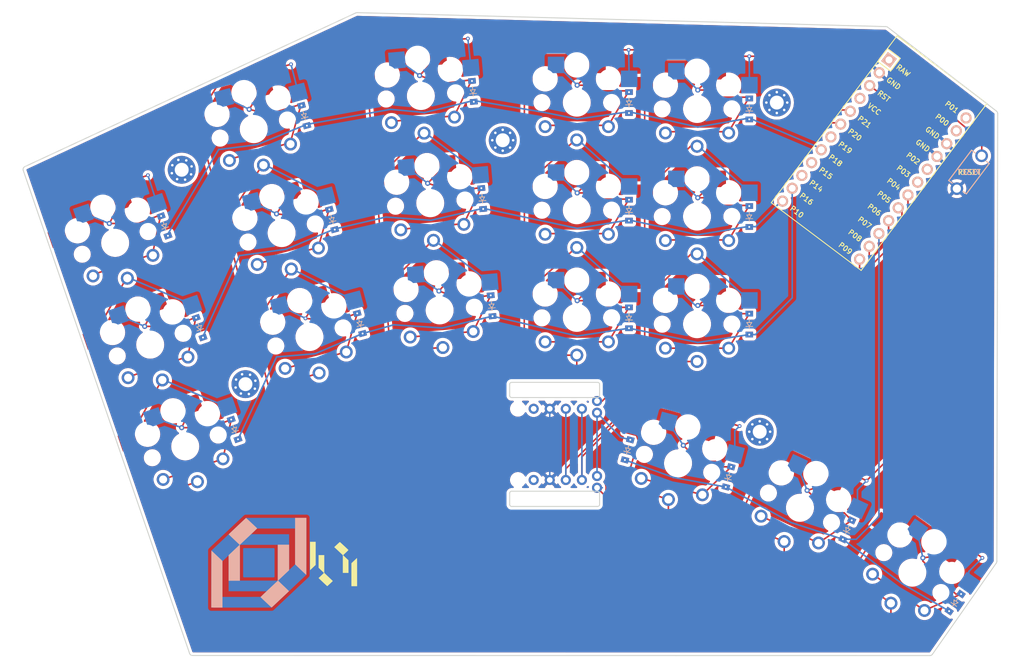
<source format=kicad_pcb>
(kicad_pcb (version 20210824) (generator pcbnew)
  (title_block (title "KEYBOARD_NAME_HERE") (rev "VERSION_HERE") (company "YOUR_NAME_HERE"))
  (layers (0 "F.Cu" signal) (31 "B.Cu" signal) (34 "B.Paste" user) (35 "F.Paste" user) (36 "B.SilkS" user "B.Silkscreen") (37 "F.SilkS" user "F.Silkscreen") (38 "B.Mask" user) (39 "F.Mask" user) (44 "Edge.Cuts" user))
  (net 0 "")
  (net 1 "pinky_bottom")
  (net 2 "P4")
  (net 3 "P16")
  (net 4 "pinky_home")
  (net 5 "P10")
  (net 6 "pinky_top")
  (net 7 "P18")
  (net 8 "ring_bottom")
  (net 9 "P5")
  (net 10 "ring_home")
  (net 11 "ring_top")
  (net 12 "middle_bottom")
  (net 13 "P6")
  (net 14 "middle_home")
  (net 15 "middle_top")
  (net 16 "index_bottom")
  (net 17 "P21")
  (net 18 "index_home")
  (net 19 "index_top")
  (net 20 "inner_bottom")
  (net 21 "P20")
  (net 22 "inner_home")
  (net 23 "inner_top")
  (net 24 "near_thumb")
  (net 25 "P7")
  (net 26 "home_thumb")
  (net 27 "far_thumb")
  (net 28 "RAW")
  (net 29 "GND")
  (net 30 "RST")
  (net 31 "VCC")
  (net 32 "P19")
  (net 33 "P15")
  (net 34 "P14")
  (net 35 "P1")
  (net 36 "P0")
  (net 37 "P2")
  (net 38 "P3")
  (net 39 "P8")
  (net 40 "P9")
  (net 41 "enc_diode")
  (footprint "ComboDiode" (layer "F.Cu") (at 80.290979 5.744656 75)
    (fp_text reference "D16" hide)
    (fp_text value "" hide)
  )
  (footprint "PG1350" (layer "F.Cu") (at 34.655082 -20.57138 5)
    (fp_text reference "S13" hide)
    (fp_text value "" hide)
  )
  (footprint "PG1350" (layer "F.Cu") (at 91.582503 10.619616 -25)
    (fp_text reference "S33" hide)
    (fp_text value "" hide)
  )
  (footprint "PG1350" (layer "F.Cu") (at 109.332995 20.867867 145)
    (fp_text reference "S36" hide)
    (fp_text value "" hide)
  )
  (footprint "PG1350" (layer "F.Cu") (at 31.691787 -54.442 -175)
    (fp_text reference "S18" hide)
    (fp_text value "" hide)
  )
  (footprint "ComboDiode" (layer "F.Cu") (at 13.260363 -51.340728 105)
    (fp_text reference "D6" hide)
    (fp_text value "" hide)
  )
  (footprint "ComboDiode" (layer "F.Cu") (at 64.572091 -19.390601 90)
    (fp_text reference "D10" hide)
    (fp_text value "" hide)
  )
  (footprint "PG1350" (layer "F.Cu") (at 109.332995 20.867867 -35)
    (fp_text reference "S35" hide)
    (fp_text value "" hide)
  )
  (footprint "LOGO" (layer "F.Cu") (at 8.128 18.796)
    (fp_text reference "G***" hide)
    (fp_text value "LOGO" hide)
  )
  (footprint "ComboDiode" (layer "F.Cu") (at -8.803448 -33.907385 109)
    (fp_text reference "D3" hide)
    (fp_text value "" hide)
  )
  (footprint "PG1350" (layer "F.Cu") (at -11.069317 -15.147632 -161)
    (fp_text reference "S4" hide)
    (fp_text value "" hide)
  )
  (footprint "ComboDiode" (layer "F.Cu") (at 64.572091 -53.390601 90)
    (fp_text reference "D12" hide)
    (fp_text value "" hide)
  )
  (footprint "PG1350" (layer "F.Cu") (at 14.091322 -16.363992 -165)
    (fp_text reference "S8" hide)
    (fp_text value "" hide)
  )
  (footprint "MountingHole_2.2mm_M2_Pad_Via" (layer "F.Cu") (at 85.222091 -1.390601)
    (fp_text reference "HOLE1" hide)
    (fp_text value "")
  )
  (footprint "PG1350" (layer "F.Cu") (at -5.534659 0.926184 19)
    (fp_text reference "S1" hide)
    (fp_text value "" hide)
  )
  (footprint "ComboDiode" (layer "F.Cu") (at 39.910393 -55.161035 95)
    (fp_text reference "D9" hide)
    (fp_text value "" hide)
  )
  (footprint "PG1350" (layer "F.Cu") (at 72.322091 3.609399 -15)
    (fp_text reference "S31" hide)
    (fp_text value "" hide)
  )
  (footprint "PG1350" (layer "F.Cu") (at 56.322091 -53.390601 180)
    (fp_text reference "S24" hide)
    (fp_text value "" hide)
  )
  (footprint "PG1350" (layer "F.Cu") (at -11.069317 -15.147632 19)
    (fp_text reference "S3" hide)
    (fp_text value "" hide)
  )
  (footprint "ComboDiode" (layer "F.Cu") (at 116.090999 25.599873 55)
    (fp_text reference "D18" hide)
    (fp_text value "" hide)
  )
  (footprint "PG1350" (layer "F.Cu") (at 56.322091 -53.390601)
    (fp_text reference "S23" hide)
    (fp_text value "" hide)
  )
  (footprint "PG1350" (layer "F.Cu") (at 34.655082 -20.57138 -175)
    (fp_text reference "S14" hide)
    (fp_text value "" hide)
  )
  (footprint "ComboDiode" (layer "F.Cu") (at 64.353203 1.474142 75)
    (fp_text reference "D19" hide)
    (fp_text value "" hide)
  )
  (footprint "LOGO" (layer "F.Cu") (at 8.329084 21.325417)
    (fp_text reference "G***" hide)
    (fp_text value "LOGO" hide)
  )
  (footprint "PG1350" (layer "F.Cu") (at -5.534659 0.926184 -161)
    (fp_text reference "S2" hide)
    (fp_text value "" hide)
  )
  (footprint "PG1350" (layer "F.Cu") (at 33.173434 -37.50669 -175)
    (fp_text reference "S16" hide)
    (fp_text value "" hide)
  )
  (footprint "PG1350" (layer "F.Cu") (at 56.322091 -36.390601 180)
    (fp_text reference "S22" hide)
    (fp_text value "" hide)
  )
  (footprint "ComboDiode" (layer "F.Cu") (at -3.268789 -17.833569 109)
    (fp_text reference "D2" hide)
    (fp_text value "" hide)
  )
  (footprint "PG1350" (layer "F.Cu") (at 75.322091 -35.390601 180)
    (fp_text reference "S28" hide)
    (fp_text value "" hide)
  )
  (footprint "PG1350" (layer "F.Cu") (at -16.603976 -31.221447 19)
    (fp_text reference "S5" hide)
    (fp_text value "" hide)
  )
  (footprint "PG1350" (layer "F.Cu") (at 75.322091 -52.390601)
    (fp_text reference "S29" hide)
    (fp_text value "" hide)
  )
  (footprint "MountingHole_2.2mm_M2_Pad_Via" (layer "F.Cu") (at 3.982145 -8.907962 19)
    (fp_text reference "HOLE3" hide)
    (fp_text value "")
  )
  (footprint "ComboDiode" (layer "F.Cu") (at 64.572091 -36.390601 90)
    (fp_text reference "D11" hide)
    (fp_text value "" hide)
  )
  (footprint "ComboDiode" (layer "F.Cu") (at 2.26587 -1.759753 109)
    (fp_text reference "D1" hide)
    (fp_text value "" hide)
  )
  (footprint "ComboDiode" (layer "F.Cu") (at 41.392041 -38.225725 95)
    (fp_text reference "D8" hide)
    (fp_text value "" hide)
  )
  (footprint "LOGO" (layer "F.Cu") (at 8.329084 21.325417)
    (fp_text reference "G***" hide)
    (fp_text value "LOGO" hide)
  )
  (footprint "PG1350" (layer "F.Cu") (at 9.691398 -32.784731 15)
    (fp_text reference "S9" hide)
    (fp_text value "" hide)
  )
  (footprint "ComboDiode" (layer "F.Cu") (at 83.572091 -18.390601 90)
    (fp_text reference "D13" hide)
    (fp_text value "" hide)
  )
  (footprint "MountingHole_2.2mm_M2_Pad_Via" (layer "F.Cu") (at 44.622091 -47.440601)
    (fp_text reference "HOLE5" hide)
    (fp_text value "")
  )
  (footprint "ComboDiode" (layer "F.Cu") (at 17.660286 -34.919988 105)
    (fp_text reference "D5" hide)
    (fp_text value "" hide)
  )
  (footprint "LOGO" (layer "F.Cu") (at 8.128 18.796)
    (fp_text reference "G***" hide)
    (fp_text value "FRONTLOGOSILK" hide)
  )
  (footprint "ComboDiode" (layer "F.Cu") (at 99.059542 14.106217 65)
    (fp_text reference "D17" hide)
    (fp_text value "" hide)
  )
  (footprint "TACT_SWITCH_TVBP06" (layer "F.Cu") (at 118.322091 -42.390601 53)
    (fp_text reference "B1" hide)
    (fp_text value "SW_RST" hide)
  )
  (footprint "PG1350" (layer "F.Cu") (at 9.691398 -32.784731 -165)
    (fp_text reference "S10" hide)
    (fp_text value "" hide)
  )
  (footprint "PG1350" (layer "F.Cu") (at -16.603976 -31.221447 -161)
    (fp_text reference "S6" hide)
    (fp_text value "" hide)
  )
  (footprint "PG1350" (layer "F.Cu") (at 91.582503 10.619616 155)
    (fp_text reference "S34" hide)
    (fp_text value "" hide)
  )
  (footprint "PG1350" (layer "F.Cu") (at 75.322091 -35.390601)
    (fp_text reference "S27" hide)
    (fp_text value "" hide)
  )
  (footprint "PG1350" (layer "F.Cu") (at 33.173434 -37.50669 5)
    (fp_text reference "S15" hide)
    (fp_text value "" hide)
  )
  (footprint "PG1350" (layer "F.Cu") (at 14.091322 -16.363992 15)
    (fp_text reference "S7" hide)
    (fp_text value "" hide)
  )
  (footprint "ComboDiode" (layer "F.Cu") (at 83.572091 -35.390601 90)
    (fp_text reference "D14" hide)
    (fp_text value "" hide)
  )
  (footprint "MountingHole_2.2mm_M2_Pad_Via" (layer "F.Cu") (at -6.092133 -42.77312 19)
    (fp_text reference "HOLE4" hide)
    (fp_text value "")
  )
  (footprint "PG1350" (layer "F.Cu") (at 72.322091 3.609399 165)
    (fp_text reference "S32" hide)
    (fp_text value "" hide)
  )
  (footprint "ComboDiode" (layer "F.Cu") (at 22.06021 -18.499249 105)
    (fp_text reference "D4" hide)
    (fp_text value "" hide)
  )
  (footprint "PG1350" (layer "F.Cu") (at 75.322091 -18.390601 180)
    (fp_text reference "S26" hide)
    (fp_text value "" hide)
  )
  (footprint "PG1350" (layer "F.Cu") (at 75.322091 -52.390601 180)
    (fp_text reference "S30" hide)
    (fp_text value "" hide)
  )
  (footprint "ComboDiode" (layer "F.Cu") (at 83.572091 -52.390601 90)
    (fp_text reference "D15" hide)
    (fp_text value "" hide)
  )
  (footprint "PG1350" (layer "F.Cu") (at 5.291474 -49.205471 -165)
    (fp_text reference "S12" hide)
    (fp_text value "" hide)
  )
  (footprint "ProMicro" (layer "F.Cu") (at 103.322091 -44.390601 -127)
    (fp_text reference "MCU1" hide)
    (fp_text value "" hide)
  )
  (footprint "ComboDiode" (layer "F.Cu") (at 42.873688 -21.290415 95)
    (fp_text reference "D7" hide)
    (fp_text value "" hide)
  )
  (footprint "PG1350" (layer "F.Cu") (at 5.291474 -49.205471 15)
    (fp_text reference "S11" hide)
    (fp_text value "" hide)
  )
  (footprint "PG1350" (layer "F.Cu") (at 75.322091 -18.390601)
    (fp_text reference "S25" hide)
    (fp_text value "" hide)
  )
  (footprint "PG1350" (layer "F.Cu") (at 56.322091 -19.390601)
    (fp_text reference "S19" hide)
    (fp_text value "" hide)
  )
  (footprint "PG1350" (layer "F.Cu") (at 56.322091 -36.390601)
    (fp_text reference "S21" hide)
    (fp_text value "" hide)
  )
  (footprint "PG1350" (layer "F.Cu") (at 31.691787 -54.442 5)
    (fp_text reference "S17" hide)
    (fp_text value "" hide)
  )
  (footprint "PG1350" (layer "F.Cu") (at 56.322091 -19.390601 180)
    (fp_text reference "S20" hide)
    (fp_text value "" hide)
  )
  (footprint "RollerEncoder_Panasonic_EVQWGD001" (layer "F.Cu") (at 53.322091 0.609399 -90)
    (fp_text reference "REF**")
    (fp_text value "RollerEncoder_Panasonic_EVQWGD001")
    (fp_line (start -9.5 -6.6) (end -7.7 -6.6) (layer "Edge.Cuts") (width 0.15))
    (fp_line (start 9.5 -6.6) (end 7.7 -6.6) (layer "Edge.Cuts") (width 0.15))
    (fp_line (start 7.4 -6.3) (end 7.4 7.3) (layer "Edge.Cuts") (width 0.15))
    (fp_line (start -7.4 -6.3) (end -7.4 7.3) (layer "Edge.Cuts") (width 0.15))
    (fp_line (start 9.8 7.3) (end 9.8 -6.3) (layer "Edge.Cuts") (width 0.15))
    (fp_line (start -7.7 7.6) (end -9.5 7.6) (layer "Edge.Cuts") (width 0.15))
    (fp_line (start -9.8 7.3) (end -9.8 -6.3) (layer "Edge.Cuts") (width 0.15))
    (fp_line (start 7.7 7.6) (end 9.5 7.6) (layer "Edge.Cuts") (width 0.15))
    (fp_arc (start 9.5 7.3) (end 9.5 7.6) (angle -90) (layer "Edge.Cuts") (width 0.15))
    (fp_arc (start -7.7 -6.3) (end -7.7 -6.6) (angle 90) (layer "Edge.Cuts") (width 0.15))
    (fp_arc (start -9.5 7.3) (end -9.5 7.6) (angle 90) (layer "Edge.Cuts") (width 0.15))
    (fp_arc (start -7.7 7.3) (end -7.4 7.3) (angle 90) (layer "Edge.Cuts") (width 0.15))
    (fp_arc (start 7.7 7.3) (end 7.4 7.3) (angle -90) (layer "Edge.Cuts") (width 0.15))
    (fp_arc (start 9.5 -6.3) (end 9.8 -6.3) (angle -90) (layer "Edge.Cuts") (width 0.15))
    (fp_arc (start 7.7 -6.3) (end 7.7 -6.6) (angle -90) (layer "Edge.Cuts") (width 0.15))
    (fp_arc (start -9.5 -6.3) (end -9.8 -6.3) (angle 90) (layer "Edge.Cuts") (width 0.15))
  )
  (footprint "LOGO" (layer "F.Cu") (at 8.329084 21.325417)
    (fp_text reference "G***" hide)
    (fp_text value "LOGO" hide)
  )
  (footprint "MountingHole_2.2mm_M2_Pad_Via" (layer "F.Cu") (at 87.922091 -53.390601)
    (fp_text reference "HOLE2" hide)
    (fp_text value "")
  )
  (gr_arc (start -4.37779 33.465732) (end -4.850549 33.628516) (angle -70.99495596) (layer "Edge.Cuts") (width 0.15))
  (gr_arc (start 122.321623 -51.64519) (end 122.821622 -51.644238) (angle -52.46144715) (layer "Edge.Cuts") (width 0.15))
  (gr_arc (start 105.145837 -64.895082) (end 105.451238 -65.290973) (angle -36.13469927) (layer "Edge.Cuts") (width 0.15))
  (gr_arc (start 122.187003 19.073185) (end 122.596579 19.359973) (angle -34.89093144) (layer "Edge.Cuts") (width 0.15))
  (gr_arc (start 112.10206 33.475977) (end 112.102016 33.975977) (angle -55.00504228) (layer "Edge.Cuts") (width 0.15))
  (gr_line (start -30.859307 -43.283993) (end 21.399388 -67.554877) (angle 90) (layer "Edge.Cuts") (width 0.15))
  (gr_line (start 112.102016 33.975977) (end -4.377834 33.965732) (angle 90) (layer "Edge.Cuts") (width 0.15))
  (gr_line (start -4.850549 33.628516) (end -31.121454 -42.66773) (angle 90) (layer "Edge.Cuts") (width 0.15))
  (gr_line (start 105.451238 -65.290973) (end 122.627024 -52.041081) (angle 90) (layer "Edge.Cuts") (width 0.15))
  (gr_arc (start -30.648695 -42.830514) (end -30.859307 -43.283993) (angle -84.08809005) (layer "Edge.Cuts") (width 0.15))
  (gr_line (start 122.596579 19.359973) (end 112.511636 33.762765) (angle 90) (layer "Edge.Cuts") (width 0.15))
  (gr_line (start 122.821622 -51.644238) (end 122.687002 19.074137) (angle 90) (layer "Edge.Cuts") (width 0.15))
  (gr_line (start 21.623201 -67.601225) (end 105.159038 -65.394908) (angle 90) (layer "Edge.Cuts") (width 0.15))
  (gr_arc (start 21.61 -67.101399) (end 21.623201 -67.601225) (angle -26.42483386) (layer "Edge.Cuts") (width 0.15))
  (segment (start -9.025093 6.146995) (end 0.430093 2.891314) (width 0.25) (layer "F.Cu") (net 1))
  (segment (start -1.524 -2.032) (end 1.728683 -3.319859) (width 0.25) (layer "F.Cu") (net 1))
  (segment (start -4.375216 -5.765887) (end -6.096 -2.032) (width 0.25) (layer "F.Cu") (net 1))
  (segment (start 0.430093 2.891314) (end 1.728683 -3.319859) (width 0.25) (layer "F.Cu") (net 1))
  (segment (start -6.096 -2.032) (end -1.524 -2.032) (width 0.25) (layer "F.Cu") (net 1))
  (via (at -6.096 -2.032) (size 0.8) (drill 0.4) (layers "F.Cu" "B.Cu") (net 1))
  (segment (start -6.096 -2.032) (end -10.568363 -3.633416) (width 0.25) (layer "B.Cu") (net 1))
  (segment (start 108.026563 9.728563) (end 108.643389 9.111736) (width 0.25) (layer "F.Cu") (net 2))
  (segment (start 108.643389 9.111736) (end 108.643389 -38.990503) (width 0.25) (layer "F.Cu") (net 2))
  (segment (start -25.714136 -32.262169) (end -26.924 -36.576) (width 0.25) (layer "F.Cu") (net 2))
  (segment (start 99.568 21.082) (end 104.705423 13.049702) (width 0.25) (layer "F.Cu") (net 2))
  (segment (start -25.714136 -32.262169) (end -20.146921 -16.093801) (width 0.25) (layer "F.Cu") (net 2))
  (segment (start -3.613807 6.504744) (end -11.477022 9.191022) (width 0.25) (layer "F.Cu") (net 2))
  (segment (start -26.924 -36.576) (end -11.43 -41.91) (width 0.25) (layer "F.Cu") (net 2))
  (segment (start -11.477022 9.191022) (end -4.318 29.718) (width 0.25) (layer "F.Cu") (net 2))
  (segment (start -14.579706 0.074566) (end -9.181022 -9.663623) (width 0.25) (layer "F.Cu") (net 2))
  (segment (start 120.396 18.542) (end 108.026563 9.728563) (width 0.25) (layer "F.Cu") (net 2))
  (segment (start -20.146921 -16.093801) (end -14.579706 0.074566) (width 0.25) (layer "F.Cu") (net 2))
  (segment (start 105.948894 25.700864) (end 99.568 21.082) (width 0.25) (layer "F.Cu") (net 2))
  (segment (start 105.948894 28.163106) (end 105.948894 25.700864) (width 0.25) (layer "F.Cu") (net 2))
  (segment (start -20.146921 -16.093801) (end -14.748237 -25.831991) (width 0.25) (layer "F.Cu") (net 2))
  (segment (start 104.705423 13.049702) (end 108.026563 9.728563) (width 0.25) (layer "F.Cu") (net 2))
  (segment (start -14.579706 0.074566) (end -11.477022 9.191022) (width 0.25) (layer "F.Cu") (net 2))
  (segment (start -4.318 29.718) (end 104.394 29.718) (width 0.25) (layer "F.Cu") (net 2))
  (segment (start 104.394 29.718) (end 105.948894 28.163106) (width 0.25) (layer "F.Cu") (net 2))
  (via (at -11.43 -41.91) (size 0.6) (drill 0.3) (layers "F.Cu" "B.Cu") (net 2))
  (via (at 120.396 18.542) (size 0.6) (drill 0.3) (layers "F.Cu" "B.Cu") (net 2))
  (segment (start 1.068627 -5.313587) (end -9.181022 -9.663623) (width 0.25) (layer "B.Cu") (net 2))
  (segment (start 118.26239 20.67561) (end 118.26239 22.542392) (width 0.25) (layer "B.Cu") (net 2))
  (segment (start 120.396 18.542) (end 118.26239 20.67561) (width 0.25) (layer "B.Cu") (net 2))
  (segment (start -4.498588 -21.481954) (end -14.748237 -25.831991) (width 0.25) (layer "B.Cu") (net 2))
  (segment (start -11.43 -41.91) (end -10.065803 -37.650322) (width 0.25) (layer "B.Cu") (net 2))
  (segment (start 43.017495 -19.646694) (end 56.388 -16.51) (width 0.25) (layer "B.Cu") (net 3))
  (segment (start 84.558601 -16.740601) (end 90.357743 -22.539743) (width 0.25) (layer "B.Cu") (net 3))
  (segment (start 14.986 -13.716) (end 8.89 -13.208) (width 0.25) (layer "B.Cu") (net 3))
  (segment (start 22.487261 -16.905471) (end 14.986 -13.716) (width 0.25) (layer "B.Cu") (net 3))
  (segment (start 56.388 -16.51) (end 64.572091 -17.740601) (width 0.25) (layer "B.Cu") (net 3))
  (segment (start 83.572091 -16.740601) (end 84.558601 -16.740601) (width 0.25) (layer "B.Cu") (net 3))
  (segment (start 8.89 -13.208) (end 2.803057 -0.199647) (width 0.25) (layer "B.Cu") (net 3))
  (segment (start 43.017495 -19.646694) (end 35.052 -17.78) (width 0.25) (layer "B.Cu") (net 3))
  (segment (start 35.052 -17.78) (end 27.432 -18.288) (width 0.25) (layer "B.Cu") (net 3))
  (segment (start 90.357743 -22.539743) (end 90.357743 -40.048028) (width 0.25) (layer "B.Cu") (net 3))
  (segment (start 64.572091 -17.740601) (end 75.438 -15.494) (width 0.25) (layer "B.Cu") (net 3))
  (segment (start 75.438 -15.494) (end 83.572091 -16.740601) (width 0.25) (layer "B.Cu") (net 3))
  (segment (start 27.432 -18.288) (end 22.487261 -16.905471) (width 0.25) (layer "B.Cu") (net 3))
  (segment (start -14.592308 -10.021372) (end -5.137122 -13.277053) (width 0.25) (layer "F.Cu") (net 4))
  (segment (start -7.366 -18.034) (end -3.838533 -19.488227) (width 0.25) (layer "F.Cu") (net 4))
  (segment (start -5.137122 -13.277053) (end -3.838533 -19.488227) (width 0.25) (layer "F.Cu") (net 4))
  (segment (start -11.938 -18.034) (end -9.942431 -21.934254) (width 0.25) (layer "F.Cu") (net 4))
  (segment (start -11.938 -18.034) (end -7.366 -18.034) (width 0.25) (layer "F.Cu") (net 4))
  (via (at -11.938 -18.034) (size 0.8) (drill 0.4) (layers "F.Cu" "B.Cu") (net 4))
  (segment (start -16.135578 -19.801783) (end -11.938 -18.034) (width 0.25) (layer "B.Cu") (net 4))
  (segment (start 3.048 -29.21) (end 10.414 -30.226) (width 0.25) (layer "B.Cu") (net 5))
  (segment (start 84.59164 -33.782) (end 83.572091 -33.840601) (width 0.25) (layer "B.Cu") (net 5))
  (segment (start 33.274 -34.798) (end 26.162 -35.306) (width 0.25) (layer "B.Cu") (net 5))
  (segment (start 75.438 -32.512) (end 83.572091 -33.840601) (width 0.25) (layer "B.Cu") (net 5))
  (segment (start 56.388 -33.528) (end 64.572091 -34.840601) (width 0.25) (layer "B.Cu") (net 5))
  (segment (start -2.764159 -16.368015) (end 3.048 -29.21) (width 0.25) (layer "B.Cu") (net 5))
  (segment (start 10.414 -30.226) (end 18.061455 -33.422803) (width 0.25) (layer "B.Cu") (net 5))
  (segment (start 41.527132 -36.681623) (end 56.388 -33.528) (width 0.25) (layer "B.Cu") (net 5))
  (segment (start 41.527132 -36.681623) (end 33.274 -34.798) (width 0.25) (layer "B.Cu") (net 5))
  (segment (start 88.829133 -38.019493) (end 84.59164 -33.782) (width 0.25) (layer "B.Cu") (net 5))
  (segment (start 64.572091 -34.840601) (end 75.438 -32.512) (width 0.25) (layer "B.Cu") (net 5))
  (segment (start 26.162 -35.306) (end 18.061455 -33.422803) (width 0.25) (layer "B.Cu") (net 5))
  (segment (start -15.509646 -38.102622) (end -17.526 -34.29) (width 0.25) (layer "F.Cu") (net 6))
  (segment (start -17.526 -34.29) (end -12.954 -34.29) (width 0.25) (layer "F.Cu") (net 6))
  (segment (start -10.704337 -29.445421) (end -9.405748 -35.656594) (width 0.25) (layer "F.Cu") (net 6))
  (segment (start -20.159523 -26.18974) (end -10.704337 -29.445421) (width 0.25) (layer "F.Cu") (net 6))
  (segment (start -12.954 -34.29) (end -9.405748 -35.656594) (width 0.25) (layer "F.Cu") (net 6))
  (via (at -17.526 -34.29) (size 0.8) (drill 0.4) (layers "F.Cu" "B.Cu") (net 6))
  (segment (start -17.526 -34.29) (end -21.702793 -35.970151) (width 0.25) (layer "B.Cu") (net 6))
  (segment (start 40.036769 -53.716553) (end 51.308 -51.816) (width 0.25) (layer "B.Cu") (net 7))
  (segment (start 56.388 -50.8) (end 64.572091 -51.940601) (width 0.25) (layer "B.Cu") (net 7))
  (segment (start 26.924 -52.324) (end 32.258 -51.816) (width 0.25) (layer "B.Cu") (net 7))
  (segment (start 5.842 -46.736) (end 13.63565 -49.940135) (width 0.25) (layer "B.Cu") (net 7))
  (segment (start 64.572091 -51.940601) (end 75.438 -49.53) (width 0.25) (layer "B.Cu") (net 7))
  (segment (start -0.254 -45.974) (end 5.842 -46.736) (width 0.25) (layer "B.Cu") (net 7))
  (segment (start 75.438 -49.53) (end 83.572091 -50.940601) (width 0.25) (layer "B.Cu") (net 7))
  (segment (start 83.572091 -50.940601) (end 94.943573 -46.13363) (width 0.25) (layer "B.Cu") (net 7))
  (segment (start 51.308 -51.816) (end 56.388 -50.8) (width 0.25) (layer "B.Cu") (net 7))
  (segment (start 32.258 -51.816) (end 40.036769 -53.716553) (width 0.25) (layer "B.Cu") (net 7))
  (segment (start 13.63565 -49.940135) (end 26.924 -52.324) (width 0.25) (layer "B.Cu") (net 7))
  (segment (start -8.331374 -32.536382) (end -0.254 -45.974) (width 0.25) (layer "B.Cu") (net 7))
  (segment (start 10.245205 -11.399379) (end 19.904464 -13.987569) (width 0.25) (layer "F.Cu") (net 8))
  (segment (start 13.462 -19.304) (end 17.78 -18.796) (width 0.25) (layer "F.Cu") (net 8))
  (segment (start 19.904464 -13.987569) (end 21.633159 -20.093027) (width 0.25) (layer "F.Cu") (net 8))
  (segment (start 15.714756 -22.958883) (end 13.462 -19.304) (width 0.25) (layer "F.Cu") (net 8))
  (segment (start 17.78 -18.796) (end 21.633159 -20.093027) (width 0.25) (layer "F.Cu") (net 8))
  (via (at 13.462 -19.304) (size 0.6) (drill 0.3) (layers "F.Cu" "B.Cu") (net 8))
  (segment (start 13.462 -19.304) (end 9.387942 -21.263618) (width 0.25) (layer "B.Cu") (net 8))
  (segment (start 85.667625 3.723796) (end 89.14571 0.24571) (width 0.25) (layer "F.Cu") (net 9))
  (segment (start 107.696 0.762) (end 107.696 -36.380747) (width 0.25) (layer "F.Cu") (net 9))
  (segment (start -3.723897 -50.87915) (end 0.701908 -34.361818) (width 0.25) (layer "F.Cu") (net 9))
  (segment (start 0.701908 -34.361818) (end 5.127714 -17.844486) (width 0.25) (layer "F.Cu") (net 9))
  (segment (start 89.089055 28.512945) (end 89.089055 15.966832) (width 0.25) (layer "F.Cu") (net 9))
  (segment (start -9.652 12.954) (end -8.132658 17.415263) (width 0.25) (layer "F.Cu") (net 9))
  (segment (start 81.788 12.954) (end 85.667625 3.723796) (width 0.25) (layer "F.Cu") (net 9))
  (segment (start 5.127714 -17.844486) (end 11.192548 -27.182362) (width 0.25) (layer "F.Cu") (net 9))
  (segment (start -3.81 29.21) (end 88.392 29.21) (width 0.25) (layer "F.Cu") (net 9))
  (segment (start 15.618354 -10.66503) (end 7.714839 -8.222839) (width 0.25) (layer "F.Cu") (net 9))
  (segment (start 89.089055 15.966832) (end 81.788 12.954) (width 0.25) (layer "F.Cu") (net 9))
  (segment (start 7.714839 -8.222839) (end 7.714839 1.175161) (width 0.25) (layer "F.Cu") (net 9))
  (segment (start 11.176 -59.436) (end -0.254 -56.388) (width 0.25) (layer "F.Cu") (net 9))
  (segment (start -0.254 -56.388) (end -3.723897 -50.87915) (width 0.25) (layer "F.Cu") (net 9))
  (segment (start 88.392 29.21) (end 89.089055 28.512945) (width 0.25) (layer "F.Cu") (net 9))
  (segment (start 102.108 6.35) (end 107.696 0.762) (width 0.25) (layer "F.Cu") (net 9))
  (segment (start -8.075849 17.578151) (end -3.81 29.21) (width 0.25) (layer "F.Cu") (net 9))
  (segment (start 89.14571 0.24571) (end 102.108 6.35) (width 0.25) (layer "F.Cu") (net 9))
  (segment (start 107.696 -36.380747) (end 107.114778 -36.961969) (width 0.25) (layer "F.Cu") (net 9))
  (segment (start -8.132658 17.415263) (end -8.075849 17.578151) (width 0.25) (layer "F.Cu") (net 9))
  (segment (start 5.127714 -17.844486) (end 7.714839 -8.222839) (width 0.25) (layer "F.Cu") (net 9))
  (segment (start 0.701908 -34.361818) (end 6.766743 -43.699694) (width 0.25) (layer "F.Cu") (net 9))
  (segment (start 7.714839 1.175161) (end -9.652 12.954) (width 0.25) (layer "F.Cu") (net 9))
  (via (at 11.176 -59.436) (size 0.6) (drill 0.3) (layers "F.Cu" "B.Cu") (net 9))
  (via (at 102.108 6.35) (size 0.6) (drill 0.3) (layers "F.Cu" "B.Cu") (net 9))
  (segment (start 102.108 6.35) (end 100.667018 7.790982) (width 0.25) (layer "B.Cu") (net 9))
  (segment (start 21.113787 -22.127941) (end 11.192548 -27.182362) (width 0.25) (layer "B.Cu") (net 9))
  (segment (start 100.667018 7.790982) (end 100.667018 10.718128) (width 0.25) (layer "B.Cu") (net 9))
  (segment (start 12.262176 -55.162605) (end 11.176 -59.436) (width 0.25) (layer "B.Cu") (net 9))
  (segment (start 16.687981 -38.645273) (end 6.766743 -43.699694) (width 0.25) (layer "B.Cu") (net 9))
  (segment (start 8.89 -35.814) (end 11.28895 -39.476215) (width 0.25) (layer "F.Cu") (net 10))
  (segment (start 13.208 -35.306) (end 17.207353 -36.610359) (width 0.25) (layer "F.Cu") (net 10))
  (segment (start 8.89 -35.814) (end 13.208 -35.306) (width 0.25) (layer "F.Cu") (net 10))
  (segment (start 15.478658 -30.504901) (end 17.207353 -36.610359) (width 0.25) (layer "F.Cu") (net 10))
  (segment (start 15.478658 -30.504901) (end 5.819399 -27.916711) (width 0.25) (layer "F.Cu") (net 10))
  (via (at 8.89 -35.814) (size 0.8) (drill 0.4) (layers "F.Cu" "B.Cu") (net 10))
  (segment (start 4.962136 -37.78095) (end 8.89 -35.814) (width 0.25) (layer "B.Cu") (net 10))
  (segment (start 11.052853 -47.022233) (end 12.781548 -53.127691) (width 0.25) (layer "F.Cu") (net 11))
  (segment (start 1.393594 -44.434043) (end 11.052853 -47.022233) (width 0.25) (layer "F.Cu") (net 11))
  (segment (start 6.863145 -55.993547) (end 4.572 -52.324) (width 0.25) (layer "F.Cu") (net 11))
  (segment (start 4.572 -52.324) (end 7.62 -51.562) (width 0.25) (layer "F.Cu") (net 11))
  (segment (start 7.62 -51.562) (end 12.781548 -53.127691) (width 0.25) (layer "F.Cu") (net 11))
  (via (at 4.572 -52.324) (size 0.8) (drill 0.4) (layers "F.Cu" "B.Cu") (net 11))
  (segment (start 4.572 -52.324) (end 0.536331 -54.298282) (width 0.25) (layer "B.Cu") (net 11))
  (segment (start 38.1 -22.352) (end 42.729881 -22.934136) (width 0.25) (layer "F.Cu") (net 12))
  (segment (start 37.399043 -26.784174) (end 34.544 -23.622) (width 0.25) (layer "F.Cu") (net 12))
  (segment (start 39.967247 -17.221619) (end 42.729881 -22.934136) (width 0.25) (layer "F.Cu") (net 12))
  (segment (start 30.0053 -16.350061) (end 39.967247 -17.221619) (width 0.25) (layer "F.Cu") (net 12))
  (segment (start 34.544 -23.622) (end 38.1 -22.352) (width 0.25) (layer "F.Cu") (net 12))
  (via (at 34.544 -23.622) (size 0.8) (drill 0.4) (layers "F.Cu" "B.Cu") (net 12))
  (segment (start 34.544 -23.622) (end 30.873968 -26.213303) (width 0.25) (layer "B.Cu") (net 12))
  (segment (start -3.302 28.702) (end 68.58 28.448) (width 0.25) (layer "F.Cu") (net 13))
  (segment (start 70.795059 26.232941) (end 70.795059 9.308361) (width 0.25) (layer "F.Cu") (net 13))
  (segment (start 8.636 1.27) (end -8.89 13.208) (width 0.25) (layer "F.Cu") (net 13))
  (segment (start 35.169301 -14.693831) (end 26.879305 -14.179305) (width 0.25) (layer "F.Cu") (net 13))
  (segment (start 64.008 7.112) (end 66.04 0) (width 0.25) (layer "F.Cu") (net 13))
  (segment (start 66.548 -6.096) (end 81.28 -6.096) (width 0.25) (layer "F.Cu") (net 13))
  (segment (start 26.084737 -23.585896) (end 26.879305 -14.179305) (width 0.25) (layer "F.Cu") (net 13))
  (segment (start 65.299626 -2.15455) (end 65.786 -2.640924) (width 0.25) (layer "F.Cu") (net 13))
  (segment (start 26.084737 -23.585896) (end 26.084737 -24.134559) (width 0.25) (layer "F.Cu") (net 13))
  (segment (start 24.594374 -40.620825) (end 26.084737 -23.585896) (width 0.25) (layer "F.Cu") (net 13))
  (segment (start 24.594374 -41.169489) (end 32.188575 -48.76369) (width 0.25) (layer "F.Cu") (net 13))
  (segment (start -8.89 13.208) (end -3.302 28.702) (width 0.25) (layer "F.Cu") (net 13))
  (segment (start 68.326 -6.096) (end 71.374 -5.334) (width 0.25) (layer "F.Cu") (net 13))
  (segment (start 65.786 -5.334) (end 66.548 -6.096) (width 0.25) (layer "F.Cu") (net 13))
  (segment (start 71.374 -5.334) (end 82.042 -2.286) (width 0.25) (layer "F.Cu") (net 13))
  (segment (start 70.795059 9.308361) (end 64.008 7.112) (width 0.25) (layer "F.Cu") (net 13))
  (segment (start 22.606 -62.23) (end 23.104011 -57.655755) (width 0.25) (layer "F.Cu") (net 13))
  (segment (start 26.879305 -14.179305) (end 24.13 -10.922) (width 0.25) (layer "F.Cu") (net 13))
  (segment (start 8.636 -6.604) (end 8.636 1.27) (width 0.25) (layer "F.Cu") (net 13))
  (segment (start 65.786 -2.640924) (end 65.786 -5.334) (width 0.25) (layer "F.Cu") (net 13))
  (segment (start 81.28 -6.096) (end 105.586168 -30.402168) (width 0.25) (layer "F.Cu") (net 13))
  (segment (start 68.58 28.448) (end 70.795059 26.232941) (width 0.25) (layer "F.Cu") (net 13))
  (segment (start 24.13 -10.922) (end 8.636 -6.604) (width 0.25) (layer "F.Cu") (net 13))
  (segment (start 105.586168 -30.402168) (end 105.586168 -34.933435) (width 0.25) (layer "F.Cu") (net 13))
  (segment (start 39.116 -63.5) (end 22.606 -62.23) (width 0.25) (layer "F.Cu") (net 13))
  (segment (start 23.104011 -57.655755) (end 24.594374 -40.620825) (width 0.25) (layer "F.Cu") (net 13))
  (segment (start 26.084737 -24.134559) (end 33.678938 -31.72876) (width 0.25) (layer "F.Cu") (net 13))
  (segment (start 66.04 0) (end 65.299626 -2.15455) (width 0.25) (layer "F.Cu") (net 13))
  (segment (start 24.594374 -40.620825) (end 24.594374 -41.169489) (width 0.25) (layer "F.Cu") (net 13))
  (via (at 82.042 -2.286) (size 0.6) (drill 0.3) (layers "F.Cu" "B.Cu") (net 13))
  (via (at 39.116 -63.5) (size 0.6) (drill 0.3) (layers "F.Cu" "B.Cu") (net 13))
  (segment (start 39.591033 -59.098183) (end 39.116 -63.5) (width 0.25) (layer "B.Cu") (net 13))
  (segment (start 41.081396 -42.063253) (end 32.188575 -48.76369) (width 0.25) (layer "B.Cu") (net 13))
  (segment (start 82.042 -2.286) (end 81.285699 -1.529699) (width 0.25) (layer "B.Cu") (net 13))
  (segment (start 42.571759 -25.028324) (end 33.678938 -31.72876) (width 0.25) (layer "B.Cu") (net 13))
  (segment (start 81.285699 -1.529699) (end 81.285699 2.128905) (width 0.25) (layer "B.Cu") (net 13))
  (segment (start 28.514937 -33.38499) (end 38.476884 -34.256548) (width 0.25) (layer "F.Cu") (net 14))
  (segment (start 32.766 -40.64) (end 35.90868 -43.819103) (width 0.25) (layer "F.Cu") (net 14))
  (segment (start 32.766 -40.64) (end 36.83 -39.37) (width 0.25) (layer "F.Cu") (net 14))
  (segment (start 36.83 -39.37) (end 41.239518 -39.969065) (width 0.25) (layer "F.Cu") (net 14))
  (segment (start 38.476884 -34.256548) (end 41.239518 -39.969065) (width 0.25) (layer "F.Cu") (net 14))
  (via (at 32.766 -40.64) (size 0.8) (drill 0.4) (layers "F.Cu" "B.Cu") (net 14))
  (segment (start 29.383605 -43.248232) (end 32.766 -40.64) (width 0.25) (layer "B.Cu") (net 14))
  (segment (start 34.418317 -60.854033) (end 31.496 -57.658) (width 0.25) (layer "F.Cu") (net 15))
  (segment (start 27.024574 -50.41992) (end 36.986521 -51.291478) (width 0.25) (layer "F.Cu") (net 15))
  (segment (start 35.052 -56.388) (end 39.749155 -57.003995) (width 0.25) (layer "F.Cu") (net 15))
  (segment (start 31.496 -57.658) (end 35.052 -56.388) (width 0.25) (layer "F.Cu") (net 15))
  (segment (start 36.986521 -51.291478) (end 39.749155 -57.003995) (width 0.25) (layer "F.Cu") (net 15))
  (via (at 31.496 -57.658) (size 0.8) (drill 0.4) (layers "F.Cu" "B.Cu") (net 15))
  (segment (start 31.496 -57.658) (end 27.893242 -60.283162) (width 0.25) (layer "B.Cu") (net 15))
  (segment (start 51.322091 -15.590601) (end 61.322091 -15.590601) (width 0.25) (layer "F.Cu") (net 16))
  (segment (start 59.597091 -25.340601) (end 59.597091 -25.307091) (width 0.25) (layer "F.Cu") (net 16))
  (segment (start 59.477399 -21.040601) (end 64.572091 -21.040601) (width 0.25) (layer "F.Cu") (net 16))
  (segment (start 56.388 -22.098) (end 58.42 -22.098) (width 0.25) (layer "F.Cu") (net 16))
  (segment (start 58.42 -22.098) (end 59.477399 -21.040601) (width 0.25) (layer "F.Cu") (net 16))
  (segment (start 59.597091 -25.307091) (end 56.388 -22.098) (width 0.25) (layer "F.Cu") (net 16))
  (segment (start 61.322091 -15.590601) (end 64.572091 -21.040601) (width 0.25) (layer "F.Cu") (net 16))
  (via (at 56.388 -22.098) (size 0.8) (drill 0.4) (layers "F.Cu" "B.Cu") (net 16))
  (segment (start 56.289692 -22.098) (end 53.047091 -25.340601) (width 0.25) (layer "B.Cu") (net 16))
  (segment (start 56.388 -22.098) (end 56.289692 -22.098) (width 0.25) (layer "B.Cu") (net 16))
  (segment (start 60.96 -6.858) (end 60.96 -9.652) (width 0.25) (layer "F.Cu") (net 17))
  (segment (start 48.047091 -40.240601) (end 56.322091 -47.690601) (width 0.25) (layer "F.Cu") (net 17))
  (segment (start 60.96 -9.652) (end 60.452 -10.16) (width 0.25) (layer "F.Cu") (net 17))
  (segment (start 56.388 -10.16) (end 56.322091 -10.225909) (width 0.25) (layer "F.Cu") (net 17))
  (segment (start 94.846767 -52.219233) (end 99.529404 -52.219233) (width 0.25) (layer "F.Cu") (net 17))
  (segment (start 45.277909 -10.225909) (end 44.45 -9.398) (width 0.25) (layer "F.Cu") (net 17))
  (segment (start 64.516 -61.722) (end 48.006 -61.722) (width 0.25) (layer "F.Cu") (net 17))
  (segment (start 60.452 -10.16) (end 56.388 -10.16) (width 0.25) (layer "F.Cu") (net 17))
  (segment (start 56.322091 -10.225909) (end 45.277909 -10.225909) (width 0.25) (layer "F.Cu") (net 17))
  (segment (start 60.96 8.897308) (end 59.522091 7.459399) (width 0.25) (layer "F.Cu") (net 17))
  (segment (start 64.516 -61.722) (end 85.344 -61.722) (width 0.25) (layer "F.Cu") (net 17))
  (segment (start 60.342601 -6.240601) (end 60.96 -6.858) (width 0.25) (layer "F.Cu") (net 17))
  (segment (start 48.047091 -40.240601) (end 48.047091 -23.140601) (width 0.25) (layer "F.Cu") (net 17))
  (segment (start 48.047091 -57.340601) (end 48.047091 -40.240601) (width 0.25) (layer "F.Cu") (net 17))
  (segment (start 48.047091 -23.140601) (end 56.322091 -30.590601) (width 0.25) (layer "F.Cu") (net 17))
  (segment (start 85.344 -61.722) (end 94.846767 -52.219233) (width 0.25) (layer "F.Cu") (net 17))
  (segment (start 48.006 -61.722) (end 48.047091 -57.340601) (width 0.25) (layer "F.Cu") (net 17))
  (segment (start 56.322091 -13.490601) (end 48.006 -13.462) (width 0.25) (layer "F.Cu") (net 17))
  (segment (start 44.45 11.43) (end 60.706 11.43) (width 0.25) (layer "F.Cu") (net 17))
  (segment (start 60.96 11.176) (end 60.96 8.897308) (width 0.25) (layer "F.Cu") (net 17))
  (segment (start 56.322091 -10.225909) (end 56.322091 -13.490601) (width 0.25) (layer "F.Cu") (net 17))
  (segment (start 60.706 11.43) (end 60.96 11.176) (width 0.25) (layer "F.Cu") (net 17))
  (segment (start 59.522091 -6.240601) (end 60.342601 -6.240601) (width 0.25) (layer "F.Cu") (net 17))
  (segment (start 48.006 -13.462) (end 48.047091 -23.140601) (width 0.25) (layer "F.Cu") (net 17))
  (segment (start 44.45 -9.398) (end 44.45 11.43) (width 0.25) (layer "F.Cu") (net 17))
  (via (at 64.516 -61.722) (size 0.6) (drill 0.3) (layers "F.Cu" "B.Cu") (net 17))
  (segment (start 64.597091 -23.140601) (end 56.322091 -30.590601) (width 0.25) (layer "B.Cu") (net 17))
  (segment (start 64.597091 -57.340601) (end 64.516 -61.722) (width 0.25) (layer "B.Cu") (net 17))
  (segment (start 59.522091 7.459399) (end 60.358601 7.459399) (width 0.25) (layer "B.Cu") (net 17))
  (segment (start 64.597091 -40.240601) (end 56.322091 -47.690601) (width 0.25) (layer "B.Cu") (net 17))
  (segment (start 60.053399 -6.240601) (end 59.522091 -6.240601) (width 0.25) (layer "B.Cu") (net 17))
  (segment (start 56.388 -39.116) (end 59.597091 -42.325091) (width 0.25) (layer "F.Cu") (net 18))
  (segment (start 51.322091 -32.690601) (end 61.322091 -32.690601) (width 0.25) (layer "F.Cu") (net 18))
  (segment (start 56.388 -39.116) (end 58.674 -39.116) (width 0.25) (layer "F.Cu") (net 18))
  (segment (start 59.597091 -42.325091) (end 59.597091 -42.440601) (width 0.25) (layer "F.Cu") (net 18))
  (segment (start 61.322091 -32.690601) (end 64.572091 -38.140601) (width 0.25) (layer "F.Cu") (net 18))
  (segment (start 58.674 -39.116) (end 59.649399 -38.140601) (width 0.25) (layer "F.Cu") (net 18))
  (segment (start 59.649399 -38.140601) (end 64.572091 -38.140601) (width 0.25) (layer "F.Cu") (net 18))
  (via (at 56.388 -39.116) (size 0.8) (drill 0.4) (layers "F.Cu" "B.Cu") (net 18))
  (segment (start 53.047091 -42.440601) (end 53.063399 -42.440601) (width 0.25) (layer "B.Cu") (net 18))
  (segment (start 53.063399 -42.440601) (end 56.388 -39.116) (width 0.25) (layer "B.Cu") (net 18))
  (segment (start 51.322091 -49.790601) (end 61.322091 -49.790601) (width 0.25) (layer "F.Cu") (net 19))
  (segment (start 56.388 -56.134) (end 58.674 -56.134) (width 0.25) (layer "F.Cu") (net 19))
  (segment (start 58.674 -56.134) (end 59.567399 -55.240601) (width 0.25) (layer "F.Cu") (net 19))
  (segment (start 61.322091 -49.790601) (end 64.572091 -55.240601) (width 0.25) (layer "F.Cu") (net 19))
  (segment (start 59.597091 -59.343091) (end 56.388 -56.134) (width 0.25) (layer "F.Cu") (net 19))
  (segment (start 59.597091 -59.540601) (end 59.597091 -59.343091) (width 0.25) (layer "F.Cu") (net 19))
  (segment (start 59.567399 -55.240601) (end 64.572091 -55.240601) (width 0.25) (layer "F.Cu") (net 19))
  (via (at 56.388 -56.134) (size 0.8) (drill 0.4) (layers "F.Cu" "B.Cu") (net 19))
  (segment (start 53.047091 -59.540601) (end 53.047091 -59.474909) (width 0.25) (layer "B.Cu") (net 19))
  (segment (start 53.047091 -59.474909) (end 56.388 -56.134) (width 0.25) (layer "B.Cu") (net 19))
  (segment (start 75.59249 -21.336) (end 75.438 -21.336) (width 0.25) (layer "F.Cu") (net 20))
  (segment (start 79.019399 -20.040601) (end 83.572091 -20.040601) (width 0.25) (layer "F.Cu") (net 20))
  (segment (start 78.597091 -24.340601) (end 75.59249 -21.336) (width 0.25) (layer "F.Cu") (net 20))
  (segment (start 80.322091 -14.590601) (end 83.572091 -20.040601) (width 0.25) (layer "F.Cu") (net 20))
  (segment (start 75.438 -21.336) (end 77.724 -21.336) (width 0.25) (layer "F.Cu") (net 20))
  (segment (start 70.322091 -14.590601) (end 80.322091 -14.590601) (width 0.25) (layer "F.Cu") (net 20))
  (segment (start 77.724 -21.336) (end 79.019399 -20.040601) (width 0.25) (layer "F.Cu") (net 20))
  (via (at 75.438 -21.336) (size 0.8) (drill 0.4) (layers "F.Cu" "B.Cu") (net 20))
  (segment (start 75.438 -21.336) (end 75.051692 -21.336) (width 0.25) (layer "B.Cu") (net 20))
  (segment (start 75.051692 -21.336) (end 72.047091 -24.340601) (width 0.25) (layer "B.Cu") (net 20))
  (segment (start 74.497091 -29.590601) (end 75.322091 -29.590601) (width 0.25) (layer "F.Cu") (net 21))
  (segment (start 74.497091 -46.690601) (end 75.322091 -46.690601) (width 0.25) (layer "F.Cu") (net 21))
  (segment (start 67.047091 -39.240601) (end 67.047091 -22.140601) (width 0.25) (layer "F.Cu") (net 21))
  (segment (start 67.047091 -56.340601) (end 67.047091 -39.240601) (width 0.25) (layer "F.Cu") (net 21))
  (segment (start 67.047091 -22.140601) (end 74.497091 -29.590601) (width 0.25) (layer "F.Cu") (net 21))
  (segment (start 67.056 -12.446) (end 75.322091 -12.490601) (width 0.25) (layer "F.Cu") (net 21))
  (segment (start 85.598 -60.706) (end 96.113301 -50.190699) (width 0.25) (layer "F.Cu") (net 21))
  (segment (start 67.056 -60.706) (end 67.047091 -56.340601) (width 0.25) (layer "F.Cu") (net 21))
  (segment (start 83.566 -60.706) (end 85.598 -60.706) (width 0.25) (layer "F.Cu") (net 21))
  (segment (start 67.047091 -39.240601) (end 74.497091 -46.690601) (width 0.25) (layer "F.Cu") (net 21))
  (segment (start 83.566 -60.706) (end 67.056 -60.706) (width 0.25) (layer "F.Cu") (net 21))
  (segment (start 96.113301 -50.190699) (end 98.000793 -50.190699) (width 0.25) (layer "F.Cu") (net 21))
  (segment (start 67.047091 -22.140601) (end 67.056 -12.446) (width 0.25) (layer "F.Cu") (net 21))
  (via (at 83.566 -60.706) (size 0.6) (drill 0.3) (layers "F.Cu" "B.Cu") (net 21))
  (segment (start 75.322091 -46.690601) (end 83.597091 -39.240601) (width 0.25) (layer "B.Cu") (net 21))
  (segment (start 83.597091 -56.340601) (end 83.566 -60.706) (width 0.25) (layer "B.Cu") (net 21))
  (segment (start 75.322091 -29.590601) (end 83.597091 -22.140601) (width 0.25) (layer "B.Cu") (net 21))
  (segment (start 78.937399 -37.140601) (end 83.572091 -37.140601) (width 0.25) (layer "F.Cu") (net 22))
  (segment (start 80.322091 -31.690601) (end 83.572091 -37.140601) (width 0.25) (layer "F.Cu") (net 22))
  (segment (start 77.724 -38.354) (end 78.937399 -37.140601) (width 0.25) (layer "F.Cu") (net 22))
  (segment (start 78.597091 -41.440601) (end 78.524601 -41.440601) (width 0.25) (layer "F.Cu") (net 22))
  (segment (start 70.322091 -31.690601) (end 80.322091 -31.690601) (width 0.25) (layer "F.Cu") (net 22))
  (segment (start 75.438 -38.354) (end 77.724 -38.354) (width 0.25) (layer "F.Cu") (net 22))
  (segment (start 78.524601 -41.440601) (end 75.438 -38.354) (width 0.25) (layer "F.Cu") (net 22))
  (via (at 75.438 -38.354) (size 0.8) (drill 0.4) (layers "F.Cu" "B.Cu") (net 22))
  (segment (start 72.351399 -41.440601) (end 72.047091 -41.440601) (width 0.25) (layer "B.Cu") (net 22))
  (segment (start 75.438 -38.354) (end 72.351399 -41.440601) (width 0.25) (layer "B.Cu") (net 22))
  (segment (start 78.601399 -54.240601) (end 83.572091 -54.240601) (width 0.25) (layer "F.Cu") (net 23))
  (segment (start 80.322091 -48.790601) (end 70.322091 -48.790601) (width 0.25) (layer "F.Cu") (net 23))
  (segment (start 75.438 -55.372) (end 78.597091 -58.531091) (width 0.25) (layer "F.Cu") (net 23))
  (segment (start 80.322091 -48.790601) (end 83.572091 -54.240601) (width 0.25) (layer "F.Cu") (net 23))
  (segment (start 75.438 -55.372) (end 77.47 -55.372) (width 0.25) (layer "F.Cu") (net 23))
  (segment (start 77.47 -55.372) (end 78.601399 -54.240601) (width 0.25) (layer "F.Cu") (net 23))
  (segment (start 78.597091 -58.531091) (end 78.597091 -58.540601) (width 0.25) (layer "F.Cu") (net 23))
  (via (at 75.438 -55.372) (size 0.8) (drill 0.4) (layers "F.Cu" "B.Cu") (net 23))
  (segment (start 72.269399 -58.540601) (end 75.438 -55.372) (width 0.25) (layer "B.Cu") (net 23))
  (segment (start 72.047091 -58.540601) (end 72.269399 -58.540601) (width 0.25) (layer "B.Cu") (net 23))
  (segment (start 76.168208 8.574012) (end 66.508949 5.985822) (width 0.25) (layer "F.Cu") (net 24))
  (segment (start 73.152 0.762) (end 75.692 3.302) (width 0.25) (layer "F.Cu") (net 24))
  (segment (start 75.692 3.302) (end 78.232 3.302) (width 0.25) (layer "F.Cu") (net 24))
  (segment (start 77.025471 -1.290227) (end 73.152 0.762) (width 0.25) (layer "F.Cu") (net 24))
  (segment (start 78.232 3.302) (end 79.080878 4.150878) (width 0.25) (layer "F.Cu") (net 24))
  (segment (start 76.168208 8.574012) (end 80.71803 4.150878) (width 0.25) (layer "F.Cu") (net 24))
  (segment (start 79.080878 4.150878) (end 80.71803 4.150878) (width 0.25) (layer "F.Cu") (net 24))
  (via (at 73.152 0.762) (size 0.8) (drill 0.4) (layers "F.Cu" "B.Cu") (net 24))
  (segment (start 73.152 0.762) (end 70.698657 -2.985492) (width 0.25) (layer "B.Cu") (net 24))
  (segment (start 104.057558 12.020442) (end 104.057558 -32.904901) (width 0.25) (layer "B.Cu") (net 25))
  (segment (start 79.863928 7.338434) (end 90.17 12.954) (width 0.25) (layer "B.Cu") (net 25))
  (segment (start 63.926152 3.06792) (end 71.628 5.842) (width 0.25) (layer "B.Cu") (net 25))
  (segment (start 71.628 5.842) (end 79.863928 7.338434) (width 0.25) (layer "B.Cu") (net 25))
  (segment (start 100.476375 15.601625) (end 104.057558 12.020442) (width 0.25) (layer "B.Cu") (net 25))
  (segment (start 98.362222 15.601625) (end 107.696 22.606) (width 0.25) (layer "B.Cu") (net 25))
  (segment (start 90.17 12.954) (end 98.362222 15.601625) (width 0.25) (layer "B.Cu") (net 25))
  (segment (start 107.696 22.606) (end 115.144598 26.951474) (width 0.25) (layer "B.Cu") (net 25))
  (segment (start 98.362222 15.601625) (end 100.476375 15.601625) (width 0.25) (layer "B.Cu") (net 25))
  (segment (start 92.71 7.874) (end 96.266 11.43) (width 0.25) (layer "F.Cu") (net 26))
  (segment (start 96.266 11.43) (end 98.576053 11.43) (width 0.25) (layer "F.Cu") (net 26))
  (segment (start 94.508093 16.176677) (end 85.445015 11.950494) (width 0.25) (layer "F.Cu") (net 26))
  (segment (start 98.576053 11.43) (end 99.756862 12.610809) (width 0.25) (layer "F.Cu") (net 26))
  (segment (start 94.508093 16.176677) (end 99.756862 12.610809) (width 0.25) (layer "F.Cu") (net 26))
  (segment (start 92.71 7.874) (end 97.06524 6.611159) (width 0.25) (layer "F.Cu") (net 26))
  (via (at 92.71 7.874) (size 0.8) (drill 0.4) (layers "F.Cu" "B.Cu") (net 26))
  (segment (start 91.128924 3.84301) (end 92.71 7.874) (width 0.25) (layer "B.Cu") (net 26))
  (segment (start 111.249165 26.848527) (end 103.057644 21.112763) (width 0.25) (layer "F.Cu") (net 27))
  (segment (start 111.249165 26.848527) (end 117.0374 24.248272) (width 0.25) (layer "F.Cu") (net 27))
  (segment (start 115.428498 17.872375) (end 110.998 18.542) (width 0.25) (layer "F.Cu") (net 27))
  (segment (start 116.196272 24.248272) (end 110.998 19.05) (width 0.25) (layer "F.Cu") (net 27))
  (segment (start 110.998 19.05) (end 110.998 18.542) (width 0.25) (layer "F.Cu") (net 27))
  (segment (start 117.0374 24.248272) (end 116.196272 24.248272) (width 0.25) (layer "F.Cu") (net 27))
  (via (at 110.998 18.542) (size 0.8) (drill 0.4) (layers "F.Cu" "B.Cu") (net 27))
  (segment (start 110.998 18.542) (end 110.063052 14.11545) (width 0.25) (layer "B.Cu") (net 27))
  (segment (start 52.052091 -5.015601) (end 52.052091 6.234399) (width 0.25) (layer "B.Cu") (net 29))
  (segment (start 120.319899 -47.299565) (end 120.27799 -44.986166) (width 0.25) (layer "F.Cu") (net 30))
  (segment (start 115.991268 -50.886732) (end 113.538 -47.752) (width 0.25) (layer "F.Cu") (net 30))
  (segment (start 113.538 -47.752) (end 102.586624 -56.076301) (width 0.25) (layer "F.Cu") (net 30))
  (segment (start 120.319899 -47.299565) (end 116.031085 -50.886732) (width 0.25) (layer "F.Cu") (net 30))
  (segment (start 116.031085 -50.886732) (end 115.991268 -50.886732) (width 0.25) (layer "F.Cu") (net 30))
  (segment (start 81.085896 -6.66249) (end 102.528948 -28.105542) (width 0.25) (layer "F.Cu") (net 39))
  (segment (start 57.132091 6.234399) (end 57.132091 2.557909) (width 0.25) (layer "F.Cu") (net 39))
  (segment (start 57.132091 2.557909) (end 66.35249 -6.66249) (width 0.25) (layer "F.Cu") (net 39))
  (segment (start 102.528948 -28.105542) (end 102.528948 -30.876367) (width 0.25) (layer "F.Cu") (net 39))
  (segment (start 66.35249 -6.66249) (end 81.085896 -6.66249) (width 0.25) (layer "F.Cu") (net 39))
  (segment (start 57.132091 -5.015601) (end 57.132091 6.234399) (width 0.25) (layer "B.Cu") (net 39))
  (segment (start 54.592091 6.234399) (end 54.592091 4.462205) (width 0.25) (layer "F.Cu") (net 40))
  (segment (start 101.000338 -27.212634) (end 101.000338 -28.847832) (width 0.25) (layer "F.Cu") (net 40))
  (segment (start 54.592091 4.462205) (end 66.224786 -7.17049) (width 0.25) (layer "F.Cu") (net 40))
  (segment (start 80.958194 -7.17049) (end 101.000338 -27.212634) (width 0.25) (layer "F.Cu") (net 40))
  (segment (start 66.224786 -7.17049) (end 80.958194 -7.17049) (width 0.25) (layer "F.Cu") (net 40))
  (segment (start 54.592091 -5.015601) (end 54.592091 6.234399) (width 0.25) (layer "B.Cu") (net 40))
  (segment (start 63.246 -0.508) (end 64.780254 -0.119636) (width 0.25) (layer "B.Cu") (net 41))
  (segment (start 59.522091 5.609399) (end 59.522091 -4.390601) (width 0.25) (layer "B.Cu") (net 41))
  (segment (start 59.522091 -4.390601) (end 63.246 -0.508) (width 0.25) (layer "B.Cu") (net 41))
  (zone (net 29) (net_name "GND") (layers F&B.Cu) (connect_pads (clearance 0.508)) (min_thickness 0.254) (fill yes (thermal_gap 0.508) (thermal_bridge_width 0.508) (island_removal_mode 1) (island_area_min 0))
    (polygon (pts (xy 108.712 -68.58) (xy 126.990713 -53.855481) (xy 124.206 20.066) (xy 114.046 35.56) (xy -7.62 36.576) (xy -34.798 -44.704) (xy 20.574 -69.596)))
  )
)
</source>
